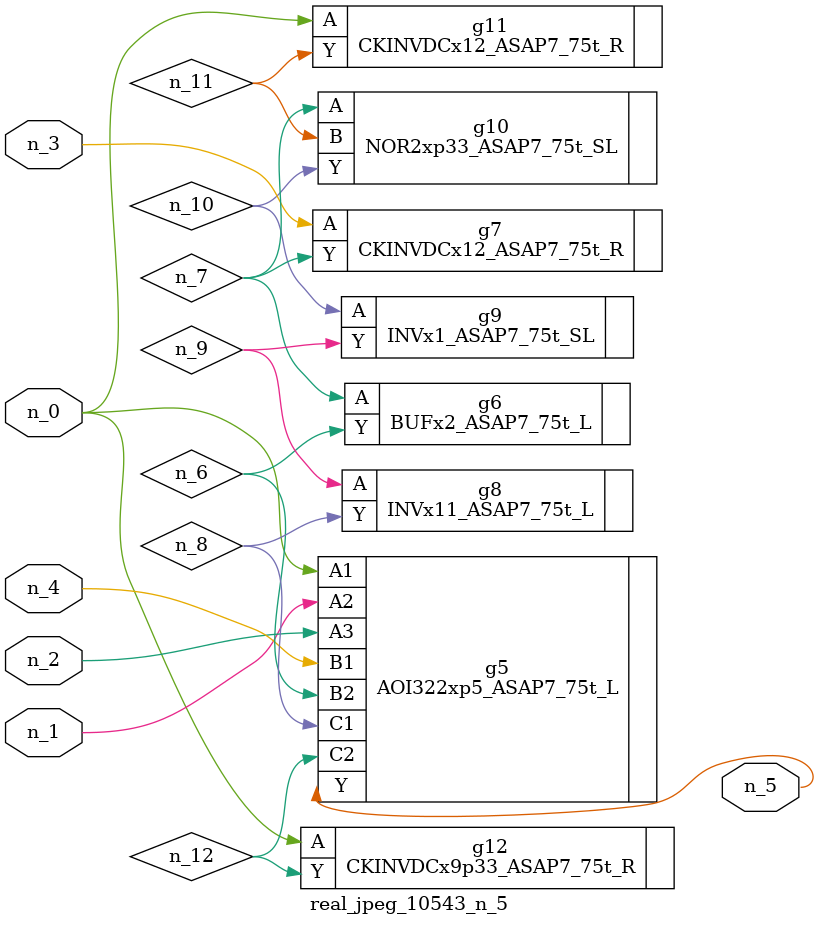
<source format=v>
module real_jpeg_10543_n_5 (n_4, n_0, n_1, n_2, n_3, n_5);

input n_4;
input n_0;
input n_1;
input n_2;
input n_3;

output n_5;

wire n_12;
wire n_8;
wire n_11;
wire n_6;
wire n_7;
wire n_10;
wire n_9;

AOI322xp5_ASAP7_75t_L g5 ( 
.A1(n_0),
.A2(n_1),
.A3(n_2),
.B1(n_4),
.B2(n_6),
.C1(n_8),
.C2(n_12),
.Y(n_5)
);

CKINVDCx12_ASAP7_75t_R g11 ( 
.A(n_0),
.Y(n_11)
);

CKINVDCx9p33_ASAP7_75t_R g12 ( 
.A(n_0),
.Y(n_12)
);

CKINVDCx12_ASAP7_75t_R g7 ( 
.A(n_3),
.Y(n_7)
);

BUFx2_ASAP7_75t_L g6 ( 
.A(n_7),
.Y(n_6)
);

NOR2xp33_ASAP7_75t_SL g10 ( 
.A(n_7),
.B(n_11),
.Y(n_10)
);

INVx11_ASAP7_75t_L g8 ( 
.A(n_9),
.Y(n_8)
);

INVx1_ASAP7_75t_SL g9 ( 
.A(n_10),
.Y(n_9)
);


endmodule
</source>
